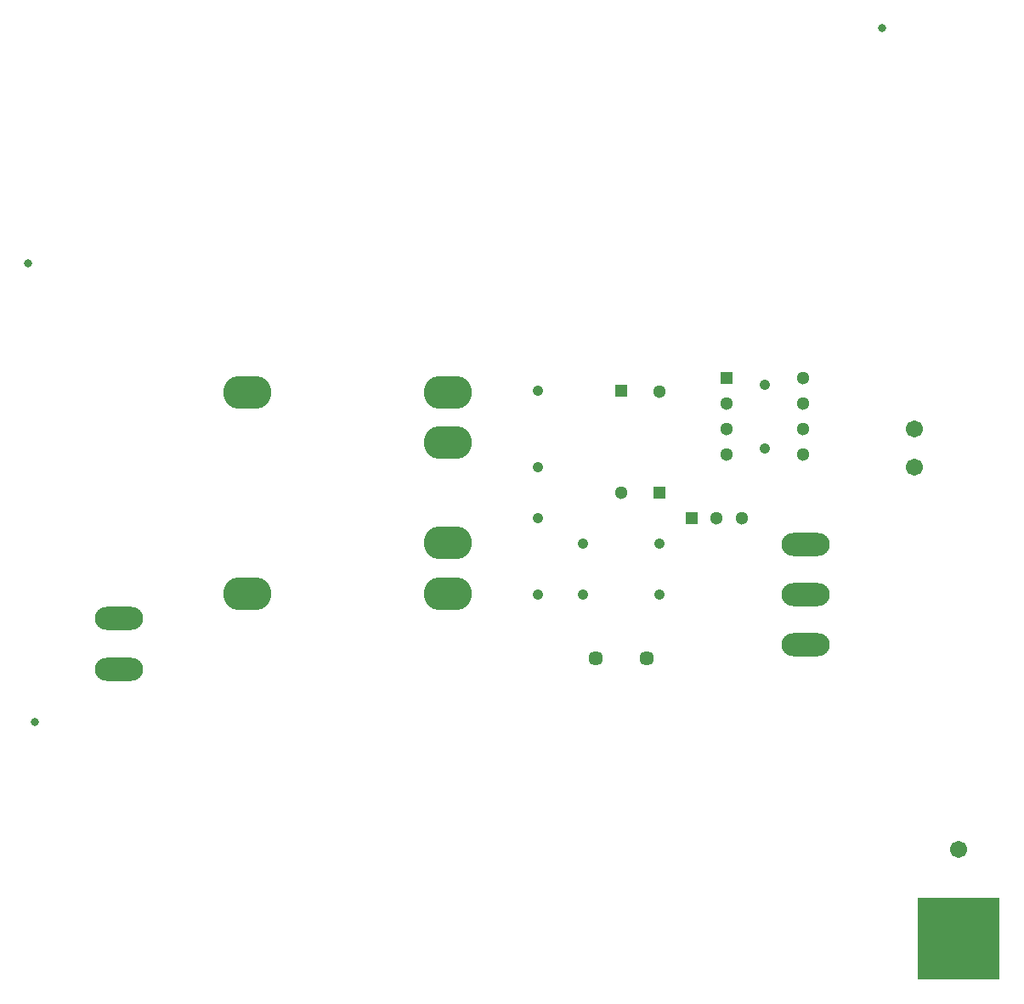
<source format=gbr>
G04 DipTrace 4.3.0.1*
G04 BottomPaste.gbr*
%MOMM*%
G04 #@! TF.FileFunction,Paste,Bot*
G04 #@! TF.Part,Single*
%ADD40C,1.3*%
%ADD42R,1.3X1.3*%
%ADD44C,0.8*%
%ADD46C,1.45*%
%ADD48C,1.705*%
%ADD50C,1.07*%
%ADD52C,1.07*%
%ADD54O,4.8X2.3*%
%ADD56O,4.8X3.3*%
%ADD58R,8.2X8.2*%
%FSLAX35Y35*%
G04*
G71*
G90*
G75*
G01*
G04 BotPaste*
%LPD*%
D58*
X4445000Y-4445000D3*
D56*
X-2646000Y1000000D3*
Y-1000000D3*
X-646000Y1000000D3*
Y500000D3*
Y-500000D3*
Y-1000000D3*
D54*
X-3920500Y-1253500D3*
Y-1753500D3*
D52*
X254000Y1016000D3*
D50*
Y254000D3*
D52*
Y-254000D3*
D50*
Y-1016000D3*
D52*
X698500Y-508000D3*
D50*
X1460500D3*
D52*
X698500Y-1016000D3*
D50*
X1460500D3*
D54*
X2921000D3*
Y-516000D3*
D48*
X4000500Y635000D3*
D46*
X1333500Y-1651000D3*
X825500D3*
D44*
X3683000Y4635500D3*
D42*
X1460500Y0D3*
D40*
Y1010000D3*
D42*
X1079500Y1016000D3*
D40*
Y6000D3*
D48*
X4445000Y-3556000D3*
X4000500Y254000D3*
D42*
X2127250Y1143000D3*
D40*
Y889000D3*
Y635000D3*
Y381000D3*
X2889250D3*
Y635000D3*
Y889000D3*
Y1143000D3*
D52*
X2508250Y1079500D3*
D50*
Y444500D3*
D44*
X-4826000Y2286000D3*
X-4762500Y-2286000D3*
D42*
X1782000Y-254000D3*
D40*
X2032000D3*
X2282000D3*
D54*
X2921000Y-1516000D3*
M02*

</source>
